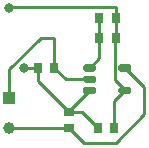
<source format=gbr>
%TF.GenerationSoftware,KiCad,Pcbnew,5.1.10*%
%TF.CreationDate,2021-05-24T18:10:12-07:00*%
%TF.ProjectId,exocam_charge_amp,65786f63-616d-45f6-9368-617267655f61,rev?*%
%TF.SameCoordinates,Original*%
%TF.FileFunction,Copper,L1,Top*%
%TF.FilePolarity,Positive*%
%FSLAX46Y46*%
G04 Gerber Fmt 4.6, Leading zero omitted, Abs format (unit mm)*
G04 Created by KiCad (PCBNEW 5.1.10) date 2021-05-24 18:10:12*
%MOMM*%
%LPD*%
G01*
G04 APERTURE LIST*
%TA.AperFunction,SMDPad,CuDef*%
%ADD10R,0.725000X0.900000*%
%TD*%
%TA.AperFunction,SMDPad,CuDef*%
%ADD11R,0.900000X0.725000*%
%TD*%
%TA.AperFunction,ComponentPad*%
%ADD12C,1.000000*%
%TD*%
%TA.AperFunction,ComponentPad*%
%ADD13R,1.000000X1.000000*%
%TD*%
%TA.AperFunction,ViaPad*%
%ADD14C,0.800000*%
%TD*%
%TA.AperFunction,Conductor*%
%ADD15C,0.250000*%
%TD*%
G04 APERTURE END LIST*
%TO.P,U1,4*%
%TO.N,Net-(BZ1-Pad1)*%
%TA.AperFunction,SMDPad,CuDef*%
G36*
G01*
X67650000Y-60470000D02*
X67650000Y-60170000D01*
G75*
G02*
X67800000Y-60020000I150000J0D01*
G01*
X68600000Y-60020000D01*
G75*
G02*
X68750000Y-60170000I0J-150000D01*
G01*
X68750000Y-60470000D01*
G75*
G02*
X68600000Y-60620000I-150000J0D01*
G01*
X67800000Y-60620000D01*
G75*
G02*
X67650000Y-60470000I0J150000D01*
G01*
G37*
%TD.AperFunction*%
%TO.P,U1,3*%
%TO.N,Net-(BZ1-Pad2)*%
%TA.AperFunction,SMDPad,CuDef*%
G36*
G01*
X64650000Y-60470000D02*
X64650000Y-60170000D01*
G75*
G02*
X64800000Y-60020000I150000J0D01*
G01*
X65600000Y-60020000D01*
G75*
G02*
X65750000Y-60170000I0J-150000D01*
G01*
X65750000Y-60470000D01*
G75*
G02*
X65600000Y-60620000I-150000J0D01*
G01*
X64800000Y-60620000D01*
G75*
G02*
X64650000Y-60470000I0J150000D01*
G01*
G37*
%TD.AperFunction*%
%TO.P,U1,2*%
%TO.N,GND*%
%TA.AperFunction,SMDPad,CuDef*%
G36*
G01*
X64650000Y-59520000D02*
X64650000Y-59220000D01*
G75*
G02*
X64800000Y-59070000I150000J0D01*
G01*
X65600000Y-59070000D01*
G75*
G02*
X65750000Y-59220000I0J-150000D01*
G01*
X65750000Y-59520000D01*
G75*
G02*
X65600000Y-59670000I-150000J0D01*
G01*
X64800000Y-59670000D01*
G75*
G02*
X64650000Y-59520000I0J150000D01*
G01*
G37*
%TD.AperFunction*%
%TO.P,U1,5*%
%TO.N,+5V*%
%TA.AperFunction,SMDPad,CuDef*%
G36*
G01*
X67650000Y-58570000D02*
X67650000Y-58270000D01*
G75*
G02*
X67800000Y-58120000I150000J0D01*
G01*
X68600000Y-58120000D01*
G75*
G02*
X68750000Y-58270000I0J-150000D01*
G01*
X68750000Y-58570000D01*
G75*
G02*
X68600000Y-58720000I-150000J0D01*
G01*
X67800000Y-58720000D01*
G75*
G02*
X67650000Y-58570000I0J150000D01*
G01*
G37*
%TD.AperFunction*%
%TO.P,U1,1*%
%TO.N,Net-(C1-Pad2)*%
%TA.AperFunction,SMDPad,CuDef*%
G36*
G01*
X64650000Y-58570000D02*
X64650000Y-58270000D01*
G75*
G02*
X64800000Y-58120000I150000J0D01*
G01*
X65600000Y-58120000D01*
G75*
G02*
X65750000Y-58270000I0J-150000D01*
G01*
X65750000Y-58570000D01*
G75*
G02*
X65600000Y-58720000I-150000J0D01*
G01*
X64800000Y-58720000D01*
G75*
G02*
X64650000Y-58570000I0J150000D01*
G01*
G37*
%TD.AperFunction*%
%TD*%
D10*
%TO.P,R4,2*%
%TO.N,Net-(BZ1-Pad1)*%
X67310000Y-63500000D03*
%TO.P,R4,1*%
%TO.N,Net-(BZ1-Pad2)*%
X65935000Y-63500000D03*
%TD*%
%TO.P,R3,2*%
%TO.N,Net-(C1-Pad2)*%
X66040000Y-54180000D03*
%TO.P,R3,1*%
%TO.N,Net-(BZ1-Pad1)*%
X67415000Y-54180000D03*
%TD*%
%TO.P,R2,2*%
%TO.N,GND*%
X62230000Y-58420000D03*
%TO.P,R2,1*%
%TO.N,Net-(BZ1-Pad2)*%
X60855000Y-58420000D03*
%TD*%
D11*
%TO.P,R1,2*%
%TO.N,Net-(BZ1-Pad2)*%
X63500000Y-62125000D03*
%TO.P,R1,1*%
%TO.N,+5V*%
X63500000Y-63500000D03*
%TD*%
D12*
%TO.P,J1,2*%
%TO.N,+5V*%
X58420000Y-63500000D03*
D13*
%TO.P,J1,1*%
%TO.N,GND*%
X58420000Y-60960000D03*
%TD*%
D10*
%TO.P,C1,2*%
%TO.N,Net-(C1-Pad2)*%
X66040000Y-55880000D03*
%TO.P,C1,1*%
%TO.N,Net-(BZ1-Pad1)*%
X67415000Y-55880000D03*
%TD*%
D14*
%TO.N,Net-(BZ1-Pad2)*%
X59690000Y-58420000D03*
%TO.N,Net-(BZ1-Pad1)*%
X58420000Y-53340000D03*
%TD*%
D15*
%TO.N,Net-(BZ1-Pad2)*%
X63500000Y-62020000D02*
X65200000Y-60320000D01*
X63500000Y-62125000D02*
X63500000Y-62020000D01*
X64560000Y-62125000D02*
X65935000Y-63500000D01*
X63500000Y-62125000D02*
X64560000Y-62125000D01*
X60855000Y-59480000D02*
X63500000Y-62125000D01*
X60855000Y-58420000D02*
X60855000Y-58420000D01*
X60855000Y-58420000D02*
X60855000Y-59480000D01*
X60855000Y-58420000D02*
X59690000Y-58420000D01*
%TO.N,Net-(BZ1-Pad1)*%
X67310000Y-61210000D02*
X68200000Y-60320000D01*
X67310000Y-63500000D02*
X67310000Y-61210000D01*
X67324990Y-59444990D02*
X68200000Y-60320000D01*
X67324990Y-55970010D02*
X67324990Y-59444990D01*
X67415000Y-55880000D02*
X67324990Y-55970010D01*
X67415000Y-54180000D02*
X67415000Y-55880000D01*
X67415000Y-54180000D02*
X67415000Y-53235000D01*
X58525000Y-53235000D02*
X58420000Y-53340000D01*
X67415000Y-53235000D02*
X58525000Y-53235000D01*
%TO.N,Net-(C1-Pad2)*%
X66040000Y-57580000D02*
X65200000Y-58420000D01*
X66040000Y-55880000D02*
X66040000Y-57580000D01*
X66040000Y-54180000D02*
X66040000Y-55880000D01*
%TO.N,+5V*%
X58420000Y-63500000D02*
X63500000Y-63500000D01*
X63500000Y-63500000D02*
X64770000Y-64770000D01*
X67437502Y-64770000D02*
X69850000Y-62357502D01*
X64770000Y-64770000D02*
X67437502Y-64770000D01*
X69850000Y-60070000D02*
X68200000Y-58420000D01*
X69850000Y-62357502D02*
X69850000Y-60070000D01*
%TO.N,GND*%
X63180000Y-59370000D02*
X65200000Y-59370000D01*
X62230000Y-58420000D02*
X63180000Y-59370000D01*
X62230000Y-55880000D02*
X62230000Y-58420000D01*
X61051998Y-55880000D02*
X62230000Y-55880000D01*
X58420000Y-58511998D02*
X61051998Y-55880000D01*
X58420000Y-60960000D02*
X58420000Y-58511998D01*
%TD*%
M02*

</source>
